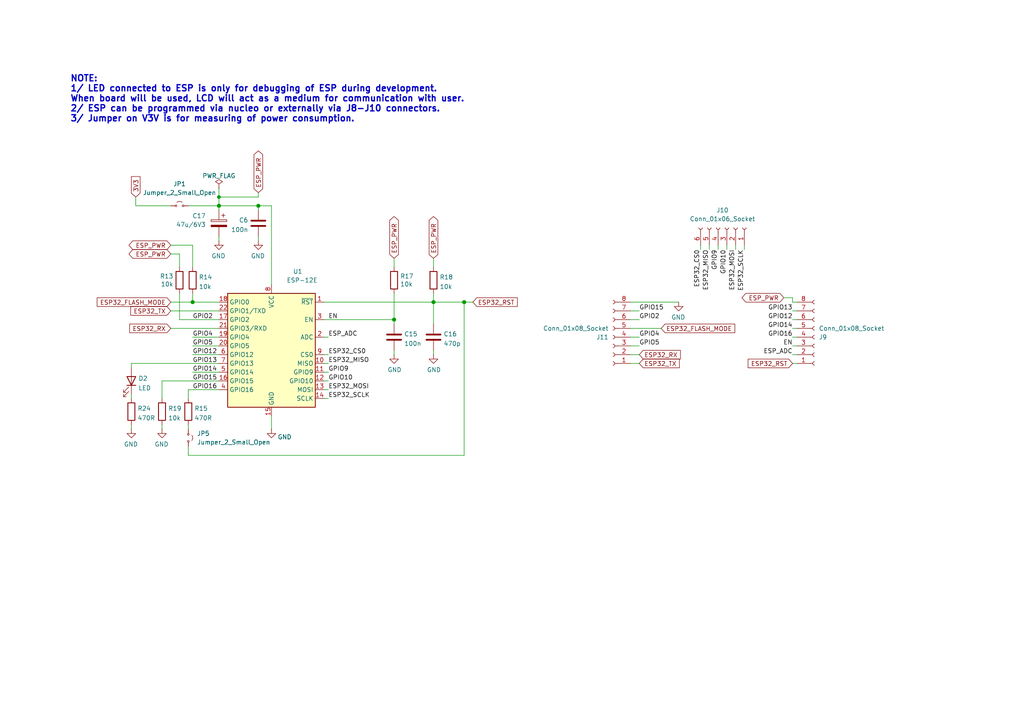
<source format=kicad_sch>
(kicad_sch (version 20231120) (generator "eeschema") (generator_version "8.0")
  (paper "A4")
  (lib_symbols
    (symbol "Connector:Conn_01x06_Socket" (pin_names (offset 1.016) hide)
      (property "Reference" "J" (at 0 7.62 0))
      (property "Value" "Conn_01x06_Socket" (at 0 -10.16 0))
      (symbol "Conn_01x06_Socket_1_1"
        (arc (start 0 -7.112) (mid -0.5058 -7.62) (end 0 -8.128) (stroke (width 0.1524)))
        (arc (start 0 -4.572) (mid -0.5058 -5.08) (end 0 -5.588) (stroke (width 0.1524)))
        (arc (start 0 -2.032) (mid -0.5058 -2.54) (end 0 -3.048) (stroke (width 0.1524)))
        (polyline (pts (xy -1.27 -7.62) (xy -0.508 -7.62)) (stroke (width 0.1524)))
        (polyline (pts (xy -1.27 -5.08) (xy -0.508 -5.08)) (stroke (width 0.1524)))
        (polyline (pts (xy -1.27 -2.54) (xy -0.508 -2.54)) (stroke (width 0.1524)))
        (polyline (pts (xy -1.27 0) (xy -0.508 0)) (stroke (width 0.1524)))
        (polyline (pts (xy -1.27 2.54) (xy -0.508 2.54)) (stroke (width 0.1524)))
        (polyline (pts (xy -1.27 5.08) (xy -0.508 5.08)) (stroke (width 0.1524)))
        (arc (start 0 0.508) (mid -0.5058 0) (end 0 -0.508) (stroke (width 0.1524)))
        (arc (start 0 3.048) (mid -0.5058 2.54) (end 0 2.032) (stroke (width 0.1524)))
        (arc (start 0 5.588) (mid -0.5058 5.08) (end 0 4.572) (stroke (width 0.1524)))
        (pin passive line (at -5.08 5.08 0) (length 3.81) (name "Pin_1") (number "1"))
        (pin passive line (at -5.08 2.54 0) (length 3.81) (name "Pin_2") (number "2"))
        (pin passive line (at -5.08 0 0) (length 3.81) (name "Pin_3") (number "3"))
        (pin passive line (at -5.08 -2.54 0) (length 3.81) (name "Pin_4") (number "4"))
        (pin passive line (at -5.08 -5.08 0) (length 3.81) (name "Pin_5") (number "5"))
        (pin passive line (at -5.08 -7.62 0) (length 3.81) (name "Pin_6") (number "6"))
      )
    )
    (symbol "Connector:Conn_01x08_Socket" (pin_names (offset 1.016) hide)
      (property "Reference" "J" (at 0 10.16 0))
      (property "Value" "Conn_01x08_Socket" (at 0 -12.7 0))
      (symbol "Conn_01x08_Socket_1_1"
        (arc (start 0 -9.652) (mid -0.5058 -10.16) (end 0 -10.668) (stroke (width 0.1524)))
        (arc (start 0 -7.112) (mid -0.5058 -7.62) (end 0 -8.128) (stroke (width 0.1524)))
        (arc (start 0 -4.572) (mid -0.5058 -5.08) (end 0 -5.588) (stroke (width 0.1524)))
        (arc (start 0 -2.032) (mid -0.5058 -2.54) (end 0 -3.048) (stroke (width 0.1524)))
        (polyline (pts (xy -1.27 -10.16) (xy -0.508 -10.16)) (stroke (width 0.1524)))
        (polyline (pts (xy -1.27 -7.62) (xy -0.508 -7.62)) (stroke (width 0.1524)))
        (polyline (pts (xy -1.27 -5.08) (xy -0.508 -5.08)) (stroke (width 0.1524)))
        (polyline (pts (xy -1.27 -2.54) (xy -0.508 -2.54)) (stroke (width 0.1524)))
        (polyline (pts (xy -1.27 0) (xy -0.508 0)) (stroke (width 0.1524)))
        (polyline (pts (xy -1.27 2.54) (xy -0.508 2.54)) (stroke (width 0.1524)))
        (polyline (pts (xy -1.27 5.08) (xy -0.508 5.08)) (stroke (width 0.1524)))
        (polyline (pts (xy -1.27 7.62) (xy -0.508 7.62)) (stroke (width 0.1524)))
        (arc (start 0 0.508) (mid -0.5058 0) (end 0 -0.508) (stroke (width 0.1524)))
        (arc (start 0 3.048) (mid -0.5058 2.54) (end 0 2.032) (stroke (width 0.1524)))
        (arc (start 0 5.588) (mid -0.5058 5.08) (end 0 4.572) (stroke (width 0.1524)))
        (arc (start 0 8.128) (mid -0.5058 7.62) (end 0 7.112) (stroke (width 0.1524)))
        (pin passive line (at -5.08 7.62 0) (length 3.81) (name "Pin_1") (number "1"))
        (pin passive line (at -5.08 5.08 0) (length 3.81) (name "Pin_2") (number "2"))
        (pin passive line (at -5.08 2.54 0) (length 3.81) (name "Pin_3") (number "3"))
        (pin passive line (at -5.08 0 0) (length 3.81) (name "Pin_4") (number "4"))
        (pin passive line (at -5.08 -2.54 0) (length 3.81) (name "Pin_5") (number "5"))
        (pin passive line (at -5.08 -5.08 0) (length 3.81) (name "Pin_6") (number "6"))
        (pin passive line (at -5.08 -7.62 0) (length 3.81) (name "Pin_7") (number "7"))
        (pin passive line (at -5.08 -10.16 0) (length 3.81) (name "Pin_8") (number "8"))
      )
    )
    (symbol "Device:C" (pin_numbers hide) (pin_names (offset 0.254))
      (property "Reference" "C" (at 0.635 2.54 0))
      (property "Value" "C" (at 0.635 -2.54 0))
      (symbol "C_0_1"
        (polyline (pts (xy -2.032 -0.762) (xy 2.032 -0.762)) (stroke (width 0.508)))
        (polyline (pts (xy -2.032 0.762) (xy 2.032 0.762)) (stroke (width 0.508)))
      )
      (symbol "C_1_1"
        (pin passive line (at 0 3.81 270) (length 2.794) (name "~") (number "1"))
        (pin passive line (at 0 -3.81 90) (length 2.794) (name "~") (number "2"))
      )
    )
    (symbol "Device:C_Polarized" (pin_numbers hide) (pin_names (offset 0.254))
      (property "Reference" "C" (at 0.635 2.54 0))
      (property "Value" "C_Polarized" (at 0.635 -2.54 0))
      (symbol "C_Polarized_0_1"
        (rectangle (start -2.286 0.508) (end 2.286 1.016))
        (polyline (pts (xy -1.778 2.286) (xy -0.762 2.286)))
        (polyline (pts (xy -1.27 2.794) (xy -1.27 1.778)))
        (rectangle (start 2.286 -0.508) (end -2.286 -1.016) (fill (type outline)))
      )
      (symbol "C_Polarized_1_1"
        (pin passive line (at 0 3.81 270) (length 2.794) (name "~") (number "1"))
        (pin passive line (at 0 -3.81 90) (length 2.794) (name "~") (number "2"))
      )
    )
    (symbol "Device:LED" (pin_numbers hide) (pin_names (offset 1.016) hide)
      (property "Reference" "D" (at 0 2.54 0))
      (property "Value" "LED" (at 0 -2.54 0))
      (symbol "LED_0_1"
        (polyline (pts (xy -1.27 -1.27) (xy -1.27 1.27)) (stroke (width 0.254)))
        (polyline (pts (xy -1.27 0) (xy 1.27 0)))
        (polyline (pts (xy 1.27 -1.27) (xy 1.27 1.27) (xy -1.27 0) (xy 1.27 -1.27)) (stroke (width 0.254)))
        (polyline (pts (xy -3.048 -0.762) (xy -4.572 -2.286) (xy -3.81 -2.286) (xy -4.572 -2.286) (xy -4.572 -1.524)))
        (polyline (pts (xy -1.778 -0.762) (xy -3.302 -2.286) (xy -2.54 -2.286) (xy -3.302 -2.286) (xy -3.302 -1.524)))
      )
      (symbol "LED_1_1"
        (pin passive line (at -3.81 0 0) (length 2.54) (name "K") (number "1"))
        (pin passive line (at 3.81 0 180) (length 2.54) (name "A") (number "2"))
      )
    )
    (symbol "Device:R" (pin_numbers hide) (pin_names (offset 0))
      (property "Reference" "R" (at 2.032 0 90))
      (property "Value" "R" (at 0 0 90))
      (symbol "R_0_1"
        (rectangle (start -1.016 -2.54) (end 1.016 2.54) (stroke (width 0.254)))
      )
      (symbol "R_1_1"
        (pin passive line (at 0 3.81 270) (length 1.27) (name "~") (number "1"))
        (pin passive line (at 0 -3.81 90) (length 1.27) (name "~") (number "2"))
      )
    )
    (symbol "Jumper:Jumper_2_Small_Open" (pin_numbers hide) (pin_names (offset 0) hide) (exclude_from_sim yes)
      (property "Reference" "JP" (at 0 2.794 0))
      (property "Value" "Jumper_2_Small_Open" (at 0 -2.286 0))
      (symbol "Jumper_2_Small_Open_0_0"
        (circle (center -1.016 0) (radius 0.254))
        (circle (center 1.016 0) (radius 0.254))
      )
      (symbol "Jumper_2_Small_Open_0_1"
        (arc (start 0.762 1.0196) (mid 0 1.2729) (end -0.762 1.0196))
      )
      (symbol "Jumper_2_Small_Open_1_1"
        (pin passive line (at -2.54 0 0) (length 1.27) (name "A") (number "1"))
        (pin passive line (at 2.54 0 180) (length 1.27) (name "B") (number "2"))
      )
    )
    (symbol "RF_Module:ESP-12E"
      (property "Reference" "U" (at -12.7 19.05 0))
      (property "Value" "ESP-12E" (at 12.7 19.05 0))
      (symbol "ESP-12E_0_1"
        (rectangle (start -12.7 17.78) (end 12.7 -15.24) (stroke (width 0.254)) (fill (type background)))
      )
      (symbol "ESP-12E_1_1"
        (pin input line (at -15.24 15.24 0) (length 2.54) (name "~{RST}") (number "1"))
        (pin bidirectional line (at -15.24 -2.54 0) (length 2.54) (name "MISO") (number "10"))
        (pin bidirectional line (at -15.24 -5.08 0) (length 2.54) (name "GPIO9") (number "11"))
        (pin bidirectional line (at -15.24 -7.62 0) (length 2.54) (name "GPIO10") (number "12"))
        (pin bidirectional line (at -15.24 -10.16 0) (length 2.54) (name "MOSI") (number "13"))
        (pin bidirectional line (at -15.24 -12.7 0) (length 2.54) (name "SCLK") (number "14"))
        (pin power_in line (at 0 -17.78 90) (length 2.54) (name "GND") (number "15"))
        (pin bidirectional line (at 15.24 -7.62 180) (length 2.54) (name "GPIO15") (number "16"))
        (pin bidirectional line (at 15.24 10.16 180) (length 2.54) (name "GPIO2") (number "17"))
        (pin bidirectional line (at 15.24 15.24 180) (length 2.54) (name "GPIO0") (number "18"))
        (pin bidirectional line (at 15.24 5.08 180) (length 2.54) (name "GPIO4") (number "19"))
        (pin input line (at -15.24 5.08 0) (length 2.54) (name "ADC") (number "2"))
        (pin bidirectional line (at 15.24 2.54 180) (length 2.54) (name "GPIO5") (number "20"))
        (pin bidirectional line (at 15.24 7.62 180) (length 2.54) (name "GPIO3/RXD") (number "21"))
        (pin bidirectional line (at 15.24 12.7 180) (length 2.54) (name "GPIO1/TXD") (number "22"))
        (pin input line (at -15.24 10.16 0) (length 2.54) (name "EN") (number "3"))
        (pin bidirectional line (at 15.24 -10.16 180) (length 2.54) (name "GPIO16") (number "4"))
        (pin bidirectional line (at 15.24 -5.08 180) (length 2.54) (name "GPIO14") (number "5"))
        (pin bidirectional line (at 15.24 0 180) (length 2.54) (name "GPIO12") (number "6"))
        (pin bidirectional line (at 15.24 -2.54 180) (length 2.54) (name "GPIO13") (number "7"))
        (pin power_in line (at 0 20.32 270) (length 2.54) (name "VCC") (number "8"))
        (pin input line (at -15.24 0 0) (length 2.54) (name "CS0") (number "9"))
      )
    )
    (symbol "power:GND" (power) (pin_numbers hide) (pin_names (offset 0) hide)
      (property "Value" "GND" (at 0 -3.81 0))
      (symbol "GND_0_1"
        (polyline (pts (xy 0 0) (xy 0 -1.27) (xy 1.27 -1.27) (xy 0 -2.54) (xy -1.27 -1.27) (xy 0 -1.27)))
      )
      (symbol "GND_1_1"
        (pin power_in line (at 0 0 270) (length 0) (name "~") (number "1"))
      )
    )
    (symbol "power:PWR_FLAG" (power) (pin_numbers hide) (pin_names (offset 0) hide)
      (property "Value" "PWR_FLAG" (at 0 3.81 0))
      (symbol "PWR_FLAG_0_0"
        (pin power_out line (at 0 0 90) (length 0) (name "~") (number "1"))
      )
      (symbol "PWR_FLAG_0_1"
        (polyline (pts (xy 0 0) (xy 0 1.27) (xy -1.016 1.905) (xy 0 2.54) (xy 1.016 1.905) (xy 0 1.27)))
      )
    )
  )
  (junction (at 55.88 87.63) (diameter 1.016))
  (junction (at 74.93 59.69) (diameter 1.016))
  (junction (at 114.3 92.71) (diameter 1.016))
  (junction (at 134.62 87.63) (diameter 1.016))
  (junction (at 63.5 59.69) (diameter 1.016))
  (junction (at 125.73 87.63) (diameter 1.016))
  (junction (at 63.5 57.15))
  (wire (pts (xy 125.73 85.09) (xy 125.73 87.63)))
  (wire (pts (xy 54.61 59.69) (xy 63.5 59.69)))
  (wire (pts (xy 231.14 90.17) (xy 229.87 90.17)))
  (wire (pts (xy 55.88 87.63) (xy 63.5 87.63)))
  (wire (pts (xy 63.5 59.69) (xy 63.5 60.96)))
  (wire (pts (xy 49.53 90.17) (xy 63.5 90.17)))
  (wire (pts (xy 39.37 59.69) (xy 39.37 57.15)))
  (wire (pts (xy 39.37 59.69) (xy 49.53 59.69)))
  (wire (pts (xy 74.93 59.69) (xy 63.5 59.69)))
  (wire (pts (xy 78.74 59.69) (xy 74.93 59.69)))
  (wire (pts (xy 78.74 82.55) (xy 78.74 59.69)))
  (wire (pts (xy 213.36 71.12) (xy 213.36 72.39)))
  (wire (pts (xy 49.53 73.66) (xy 52.07 73.66)))
  (wire (pts (xy 231.14 95.25) (xy 229.87 95.25)))
  (wire (pts (xy 229.87 87.63) (xy 229.87 86.36)))
  (wire (pts (xy 182.88 92.71) (xy 185.42 92.71)))
  (wire (pts (xy 74.93 55.88) (xy 74.93 57.15)))
  (wire (pts (xy 134.62 87.63) (xy 134.62 132.08)))
  (wire (pts (xy 52.07 73.66) (xy 52.07 77.47)))
  (wire (pts (xy 182.88 105.41) (xy 185.42 105.41)))
  (wire (pts (xy 231.14 97.79) (xy 229.87 97.79)))
  (wire (pts (xy 93.98 110.49) (xy 95.25 110.49)))
  (wire (pts (xy 74.93 69.85) (xy 74.93 68.58)))
  (wire (pts (xy 46.99 110.49) (xy 63.5 110.49)))
  (wire (pts (xy 93.98 102.87) (xy 95.25 102.87)))
  (wire (pts (xy 125.73 101.6) (xy 125.73 102.87)))
  (wire (pts (xy 231.14 100.33) (xy 229.87 100.33)))
  (wire (pts (xy 227.33 86.36) (xy 229.87 86.36)))
  (wire (pts (xy 215.9 71.12) (xy 215.9 72.39)))
  (wire (pts (xy 55.88 102.87) (xy 63.5 102.87)))
  (wire (pts (xy 114.3 85.09) (xy 114.3 92.71)))
  (wire (pts (xy 114.3 92.71) (xy 114.3 93.98)))
  (wire (pts (xy 55.88 71.12) (xy 55.88 77.47)))
  (wire (pts (xy 78.74 120.65) (xy 78.74 124.46)))
  (wire (pts (xy 182.88 102.87) (xy 185.42 102.87)))
  (wire (pts (xy 93.98 107.95) (xy 95.25 107.95)))
  (wire (pts (xy 54.61 113.03) (xy 54.61 115.57)))
  (wire (pts (xy 54.61 113.03) (xy 63.5 113.03)))
  (wire (pts (xy 54.61 123.19) (xy 54.61 124.46)))
  (wire (pts (xy 54.61 129.54) (xy 54.61 132.08)))
  (wire (pts (xy 54.61 132.08) (xy 134.62 132.08)))
  (wire (pts (xy 49.53 95.25) (xy 63.5 95.25)))
  (wire (pts (xy 93.98 92.71) (xy 114.3 92.71)))
  (wire (pts (xy 205.74 71.12) (xy 205.74 72.39)))
  (wire (pts (xy 125.73 74.93) (xy 125.73 77.47)))
  (wire (pts (xy 63.5 69.85) (xy 63.5 68.58)))
  (wire (pts (xy 63.5 54.61) (xy 63.5 57.15)))
  (wire (pts (xy 38.1 114.3) (xy 38.1 115.57)))
  (wire (pts (xy 38.1 105.41) (xy 63.5 105.41)))
  (wire (pts (xy 55.88 85.09) (xy 55.88 87.63)))
  (wire (pts (xy 114.3 101.6) (xy 114.3 102.87)))
  (wire (pts (xy 182.88 95.25) (xy 191.77 95.25)))
  (wire (pts (xy 93.98 115.57) (xy 95.25 115.57)))
  (wire (pts (xy 114.3 74.93) (xy 114.3 77.47)))
  (wire (pts (xy 93.98 97.79) (xy 95.25 97.79)))
  (wire (pts (xy 125.73 87.63) (xy 134.62 87.63)))
  (wire (pts (xy 134.62 87.63) (xy 137.16 87.63)))
  (wire (pts (xy 46.99 110.49) (xy 46.99 115.57)))
  (wire (pts (xy 182.88 100.33) (xy 185.42 100.33)))
  (wire (pts (xy 55.88 100.33) (xy 63.5 100.33)))
  (wire (pts (xy 210.82 72.39) (xy 210.82 71.12)))
  (wire (pts (xy 49.53 71.12) (xy 55.88 71.12)))
  (wire (pts (xy 74.93 57.15) (xy 63.5 57.15)))
  (wire (pts (xy 182.88 87.63) (xy 196.85 87.63)))
  (wire (pts (xy 38.1 106.68) (xy 38.1 105.41)))
  (wire (pts (xy 52.07 92.71) (xy 52.07 85.09)))
  (wire (pts (xy 52.07 92.71) (xy 63.5 92.71)))
  (wire (pts (xy 93.98 113.03) (xy 95.25 113.03)))
  (wire (pts (xy 55.88 107.95) (xy 63.5 107.95)))
  (wire (pts (xy 55.88 97.79) (xy 63.5 97.79)))
  (wire (pts (xy 231.14 92.71) (xy 229.87 92.71)))
  (wire (pts (xy 208.28 72.39) (xy 208.28 71.12)))
  (wire (pts (xy 38.1 124.46) (xy 38.1 123.19)))
  (wire (pts (xy 182.88 90.17) (xy 185.42 90.17)))
  (wire (pts (xy 93.98 105.41) (xy 95.25 105.41)))
  (wire (pts (xy 125.73 87.63) (xy 125.73 93.98)))
  (wire (pts (xy 93.98 87.63) (xy 125.73 87.63)))
  (wire (pts (xy 46.99 123.19) (xy 46.99 124.46)))
  (wire (pts (xy 203.2 71.12) (xy 203.2 72.39)))
  (wire (pts (xy 74.93 59.69) (xy 74.93 60.96)))
  (wire (pts (xy 231.14 105.41) (xy 229.87 105.41)))
  (wire (pts (xy 231.14 102.87) (xy 229.87 102.87)))
  (wire (pts (xy 231.14 87.63) (xy 229.87 87.63)))
  (wire (pts (xy 49.53 87.63) (xy 55.88 87.63)))
  (wire (pts (xy 182.88 97.79) (xy 185.42 97.79)))
  (wire (pts (xy 63.5 57.15) (xy 63.5 59.69)))
  (text "NOTE: \n1/ LED connected to ESP is only for debugging of ESP during development.\nWhen board will be used, LCD will act as a medium for communication with user.\n2/ ESP can be programmed via nucleo or externally via J8-J10 connectors.\n3/ Jumper on V3V is for measuring of power consumption." (at 20.32 35.56 0) (effects (font (size 1.8034 1.8034) (thickness 0.3607) (bold yes)) (justify left bottom)))
  (label "ESP32_SCLK" (at 95.25 115.57 0))
  (label "GPIO10" (at 210.82 72.39 270))
  (label "EN" (at 229.87 100.33 180))
  (label "GPIO2" (at 55.88 92.71 0))
  (label "ESP32_MISO" (at 95.25 105.41 0))
  (label "GPIO15" (at 55.88 110.49 0))
  (label "GPIO12" (at 229.87 92.71 180))
  (label "GPIO4" (at 185.42 97.79 0))
  (label "GPIO14" (at 229.87 95.25 180))
  (label "EN" (at 95.25 92.71 0))
  (label "ESP32_MOSI" (at 213.36 72.39 270))
  (label "GPIO16" (at 229.87 97.79 180))
  (label "GPIO12" (at 55.88 102.87 0))
  (label "ESP_ADC" (at 229.87 102.87 180))
  (label "GPIO16" (at 55.88 113.03 0))
  (label "ESP32_MISO" (at 205.74 72.39 270))
  (label "GPIO4" (at 55.88 97.79 0))
  (label "ESP_ADC" (at 95.25 97.79 0))
  (label "ESP32_CS0" (at 203.2 72.39 270))
  (label "GPIO13" (at 55.88 105.41 0))
  (label "GPIO9" (at 95.25 107.95 0))
  (label "GPIO15" (at 185.42 90.17 0))
  (label "GPIO9" (at 208.28 72.39 270))
  (label "GPIO13" (at 229.87 90.17 180))
  (label "ESP32_MOSI" (at 95.25 113.03 0))
  (label "GPIO5" (at 185.42 100.33 0))
  (label "GPIO5" (at 55.88 100.33 0))
  (label "GPIO14" (at 55.88 107.95 0))
  (label "ESP32_CS0" (at 95.25 102.87 0))
  (label "GPIO10" (at 95.25 110.49 0))
  (label "GPIO2" (at 185.42 92.71 0))
  (label "ESP32_SCLK" (at 215.9 72.39 270))
  (global_label "ESP_PWR" (shape bidirectional) (at 49.53 73.66 180) (property "Intersheetrefs" "${INTERSHEET_REFS}" (effects (hide yes))))
  (global_label "ESP32_FLASH_MODE" (shape input) (at 191.77 95.25 0) (property "Intersheetrefs" "${INTERSHEET_REFS}" (effects (hide yes))))
  (global_label "ESP_PWR" (shape bidirectional) (at 114.3 74.93 90) (property "Intersheetrefs" "${INTERSHEET_REFS}" (effects (hide yes))))
  (global_label "ESP32_RX" (shape input) (at 49.53 95.25 180) (property "Intersheetrefs" "${INTERSHEET_REFS}" (effects (hide yes))))
  (global_label "ESP32_FLASH_MODE" (shape input) (at 49.53 87.63 180) (property "Intersheetrefs" "${INTERSHEET_REFS}" (effects (hide yes))))
  (global_label "ESP32_TX" (shape input) (at 185.42 105.41 0) (property "Intersheetrefs" "${INTERSHEET_REFS}" (effects (hide yes))))
  (global_label "ESP32_RST" (shape input) (at 137.16 87.63 0) (property "Intersheetrefs" "${INTERSHEET_REFS}" (effects (hide yes))))
  (global_label "ESP_PWR" (shape bidirectional) (at 125.73 74.93 90) (property "Intersheetrefs" "${INTERSHEET_REFS}" (effects (hide yes))))
  (global_label "ESP_PWR" (shape bidirectional) (at 74.93 55.88 90) (property "Intersheetrefs" "${INTERSHEET_REFS}" (effects (hide yes))))
  (global_label "3V3" (shape input) (at 39.37 57.15 90) (property "Intersheetrefs" "${INTERSHEET_REFS}" (effects (hide yes))))
  (global_label "ESP32_RX" (shape input) (at 185.42 102.87 0) (property "Intersheetrefs" "${INTERSHEET_REFS}" (effects (hide yes))))
  (global_label "ESP32_RST" (shape input) (at 229.87 105.41 180) (property "Intersheetrefs" "${INTERSHEET_REFS}" (effects (hide yes))))
  (global_label "ESP32_TX" (shape input) (at 49.53 90.17 180) (property "Intersheetrefs" "${INTERSHEET_REFS}" (effects (hide yes))))
  (global_label "ESP_PWR" (shape bidirectional) (at 227.33 86.36 180) (property "Intersheetrefs" "${INTERSHEET_REFS}" (effects (hide yes))))
  (global_label "ESP_PWR" (shape bidirectional) (at 49.53 71.12 180) (property "Intersheetrefs" "${INTERSHEET_REFS}" (effects (hide yes))))
  (symbol (lib_id "Device:R") (at 125.73 81.28 0) (mirror y) (unit 1)
    (property "Reference" "R18" (at 127.5081 80.3715 0) (effects (justify right)))
    (property "Value" "10k" (at 127.5081 83.1466 0) (effects (justify right)))
    (property "Footprint" "Resistor_SMD:R_0805_2012Metric" (effects (hide yes)))
  )
  (symbol (lib_id "Device:R") (at 114.3 81.28 0) (mirror y) (unit 1)
    (property "Reference" "R17" (at 116.0526 80.1116 0) (effects (justify right)))
    (property "Value" "10k" (at 116.0526 82.423 0) (effects (justify right)))
    (property "Footprint" "Resistor_SMD:R_0805_2012Metric" (effects (hide yes)))
  )
  (symbol (lib_id "Device:R") (at 55.88 81.28 0) (mirror y) (unit 1)
    (property "Reference" "R14" (at 57.6581 80.3715 0) (effects (justify right)))
    (property "Value" "10k" (at 57.6581 83.1466 0) (effects (justify right)))
    (property "Footprint" "Resistor_SMD:R_0805_2012Metric" (effects (hide yes)))
  )
  (symbol (lib_id "Device:LED") (at 38.1 110.49 270) (mirror x) (unit 1)
    (property "Reference" "D2" (at 40.1321 109.772 90) (effects (justify left)))
    (property "Value" "LED" (at 40.1321 112.5471 90) (effects (justify left)))
    (property "Footprint" "LED_SMD:LED_0402_1005Metric" (effects (hide yes)))
  )
  (symbol (lib_id "Device:R") (at 38.1 119.38 0) (mirror y) (unit 1)
    (property "Reference" "R24" (at 39.8781 118.4715 0) (effects (justify right)))
    (property "Value" "470R" (at 39.8781 121.2466 0) (effects (justify right)))
    (property "Footprint" "Resistor_SMD:R_0805_2012Metric" (effects (hide yes)))
  )
  (symbol (lib_id "RF_Module:ESP-12E") (at 78.74 102.87 0) (mirror y) (unit 1)
    (property "Reference" "U1" (at 86.36 78.74 0))
    (property "Value" "ESP-12E" (at 87.63 81.28 0))
    (property "Footprint" "RF_Module:ESP-12E" (effects (hide yes)))
    (property "Datasheet" "http://wiki.ai-thinker.com/_media/esp8266/esp8266_series_modules_user_manual_v1.1.pdf" (effects (hide yes)))
    (property "Description" "802.11 b/g/n Wi-Fi Module" (effects (hide yes)))
  )
  (symbol (lib_id "power:GND") (at 38.1 124.46 0) (mirror y) (unit 1)
    (property "Reference" "#PWR023" (effects (hide yes)))
    (property "Value" "GND" (at 37.973 128.8542 0))
    (property "Description" "Power symbol creates a global label with name \"GND\" , ground" (effects (hide yes)))
  )
  (symbol (lib_id "power:GND") (at 78.74 124.46 0) (mirror y) (unit 1)
    (property "Reference" "#PWR010" (effects (hide yes)))
    (property "Value" "GND" (at 82.55 126.746 0))
    (property "Description" "Power symbol creates a global label with name \"GND\" , ground" (effects (hide yes)))
  )
  (symbol (lib_id "power:GND") (at 196.85 87.63 0) (mirror y) (unit 1)
    (property "Reference" "#PWR0101" (effects (hide yes)))
    (property "Value" "GND" (at 196.723 92.0242 0))
    (property "Description" "Power symbol creates a global label with name \"GND\" , ground" (effects (hide yes)))
  )
  (symbol (lib_id "Device:R") (at 54.61 119.38 0) (mirror y) (unit 1)
    (property "Reference" "R15" (at 56.3881 118.4715 0) (effects (justify right)))
    (property "Value" "470R" (at 56.3881 121.2466 0) (effects (justify right)))
    (property "Footprint" "Resistor_SMD:R_0805_2012Metric" (effects (hide yes)))
  )
  (symbol (lib_id "Connector:Conn_01x08_Socket") (at 177.8 97.79 180) (unit 1)
    (property "Reference" "J11" (at 176.53 97.7901 0) (effects (justify left)))
    (property "Value" "Conn_01x08_Socket" (at 176.53 95.2501 0) (effects (justify left)))
    (property "Footprint" "Connector_PinSocket_2.54mm:PinSocket_1x08_P2.54mm_Vertical" (effects (hide yes)))
    (property "Description" "Generic connector, single row, 01x08, script generated" (effects (hide yes)))
  )
  (symbol (lib_id "Device:C") (at 125.73 97.79 0) (unit 1)
    (property "Reference" "C16" (at 128.6511 96.8815 0) (effects (justify left)))
    (property "Value" "470p" (at 128.6511 99.6566 0) (effects (justify left)))
    (property "Footprint" "Capacitor_SMD:C_0805_2012Metric" (effects (hide yes)))
  )
  (symbol (lib_id "Connector:Conn_01x08_Socket") (at 236.22 97.79 0) (mirror x) (unit 1)
    (property "Reference" "J9" (at 237.49 97.7901 0) (effects (justify left)))
    (property "Value" "Conn_01x08_Socket" (at 237.49 95.2501 0) (effects (justify left)))
    (property "Footprint" "Connector_PinSocket_2.54mm:PinSocket_1x08_P2.54mm_Vertical" (effects (hide yes)))
    (property "Description" "Generic connector, single row, 01x08, script generated" (effects (hide yes)))
  )
  (symbol (lib_id "Device:R") (at 52.07 81.28 0) (mirror y) (unit 1)
    (property "Reference" "R13" (at 50.292 80.1116 0) (effects (justify left)))
    (property "Value" "10k" (at 50.292 82.423 0) (effects (justify left)))
    (property "Footprint" "Resistor_SMD:R_0805_2012Metric" (effects (hide yes)))
  )
  (symbol (lib_id "Jumper:Jumper_2_Small_Open") (at 52.07 59.69 0) (unit 1) (exclude_from_sim yes)
    (property "Reference" "JP1" (at 52.07 53.34 0))
    (property "Value" "Jumper_2_Small_Open" (at 52.07 55.88 0))
    (property "Footprint" "Jumper:SolderJumper-2_P1.3mm_Open_TrianglePad1.0x1.5mm" (effects (hide yes)))
    (property "Description" "Jumper, 2-pole, small symbol, open" (effects (hide yes)))
  )
  (symbol (lib_id "Device:R") (at 46.99 119.38 0) (mirror y) (unit 1)
    (property "Reference" "R19" (at 48.7681 118.4715 0) (effects (justify right)))
    (property "Value" "10k" (at 48.7681 121.2466 0) (effects (justify right)))
    (property "Footprint" "Resistor_SMD:R_0805_2012Metric" (effects (hide yes)))
  )
  (symbol (lib_id "Device:C") (at 74.93 64.77 0) (mirror y) (unit 1)
    (property "Reference" "C6" (at 72.0089 63.8615 0) (effects (justify left)))
    (property "Value" "100n" (at 72.0089 66.6366 0) (effects (justify left)))
    (property "Footprint" "Capacitor_SMD:C_0805_2012Metric" (effects (hide yes)))
  )
  (symbol (lib_id "Connector:Conn_01x06_Socket") (at 210.82 66.04 270) (mirror x) (unit 1)
    (property "Reference" "J10" (at 209.55 60.96 90))
    (property "Value" "Conn_01x06_Socket" (at 209.55 63.5 90))
    (property "Footprint" "Connector_PinSocket_2.54mm:PinSocket_1x06_P2.54mm_Vertical" (effects (hide yes)))
    (property "Description" "Generic connector, single row, 01x06, script generated" (effects (hide yes)))
  )
  (symbol (lib_id "power:GND") (at 74.93 69.85 0) (mirror y) (unit 1)
    (property "Reference" "#PWR02" (effects (hide yes)))
    (property "Value" "GND" (at 74.803 74.2442 0))
    (property "Description" "Power symbol creates a global label with name \"GND\" , ground" (effects (hide yes)))
  )
  (symbol (lib_id "power:GND") (at 63.5 69.85 0) (mirror y) (unit 1)
    (property "Reference" "#PWR04" (effects (hide yes)))
    (property "Value" "GND" (at 63.373 74.2442 0))
    (property "Description" "Power symbol creates a global label with name \"GND\" , ground" (effects (hide yes)))
  )
  (symbol (lib_id "power:GND") (at 46.99 124.46 0) (mirror y) (unit 1)
    (property "Reference" "#PWR012" (effects (hide yes)))
    (property "Value" "GND" (at 46.863 128.8542 0))
    (property "Description" "Power symbol creates a global label with name \"GND\" , ground" (effects (hide yes)))
  )
  (symbol (lib_id "power:GND") (at 114.3 102.87 0) (unit 1)
    (property "Reference" "#PWR07" (effects (hide yes)))
    (property "Value" "GND" (at 114.427 107.2642 0))
    (property "Description" "Power symbol creates a global label with name \"GND\" , ground" (effects (hide yes)))
  )
  (symbol (lib_id "power:PWR_FLAG") (at 63.5 54.61 0) (unit 1)
    (property "Reference" "#FLG03" (effects (hide yes)))
    (property "Value" "PWR_FLAG" (at 63.5 51.0054 0))
    (property "Description" "Special symbol for telling ERC where power comes from" (effects (hide yes)))
  )
  (symbol (lib_id "power:GND") (at 125.73 102.87 0) (unit 1)
    (property "Reference" "#PWR08" (effects (hide yes)))
    (property "Value" "GND" (at 125.857 107.2642 0))
    (property "Description" "Power symbol creates a global label with name \"GND\" , ground" (effects (hide yes)))
  )
  (symbol (lib_id "Device:C") (at 114.3 97.79 0) (unit 1)
    (property "Reference" "C15" (at 117.2211 96.8815 0) (effects (justify left)))
    (property "Value" "100n" (at 117.2211 99.6566 0) (effects (justify left)))
    (property "Footprint" "Capacitor_SMD:C_0805_2012Metric" (effects (hide yes)))
  )
  (symbol (lib_id "Device:C_Polarized") (at 63.5 64.77 0) (mirror y) (unit 1)
    (property "Reference" "C17" (at 59.69 62.6109 0) (effects (justify left)))
    (property "Value" "47u/6V3" (at 59.69 65.1509 0) (effects (justify left)))
    (property "Footprint" "Capacitor_Tantalum_SMD:CP_EIA-3528-21_Kemet-B" (effects (hide yes)))
    (property "Description" "Polarized capacitor" (effects (hide yes)))
  )
  (symbol (lib_id "Jumper:Jumper_2_Small_Open") (at 54.61 127 270) (unit 1) (exclude_from_sim yes)
    (property "Reference" "JP5" (at 57.15 125.7299 90) (effects (justify left)))
    (property "Value" "Jumper_2_Small_Open" (at 57.15 128.2699 90) (effects (justify left)))
    (property "Footprint" "Jumper:SolderJumper-2_P1.3mm_Open_TrianglePad1.0x1.5mm" (effects (hide yes)))
    (property "Description" "Jumper, 2-pole, small symbol, open" (effects (hide yes)))
  )
)
</source>
